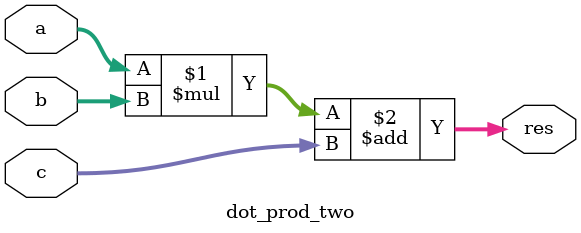
<source format=sv>
module dot_prod_two #(
    BW = 16
)
(
    input logic [BW-1:0] a,
    input logic [BW-1:0] b,
    input logic [BW-1:0] c,
    output logic [2*BW-1:0] res
);

assign res = a*b + c;

endmodule
</source>
